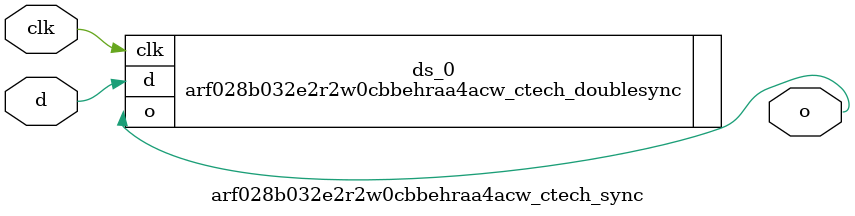
<source format=sv>

`ifndef ARF028B032E2R2W0CBBEHRAA4ACW_CTECH_SYNC_SV
`define ARF028B032E2R2W0CBBEHRAA4ACW_CTECH_SYNC_SV

module arf028b032e2r2w0cbbehraa4acw_ctech_sync (
  input  logic  clk,
  input  logic  d,

  output logic  o
);

  arf028b032e2r2w0cbbehraa4acw_ctech_doublesync ds_0 (.o(o), .d(d), .clk(clk));

endmodule // arf028b032e2r2w0cbbehraa4acw_ctech_sync

`endif // ARF028B032E2R2W0CBBEHRAA4ACW_CTECH_SYNC_SV
</source>
